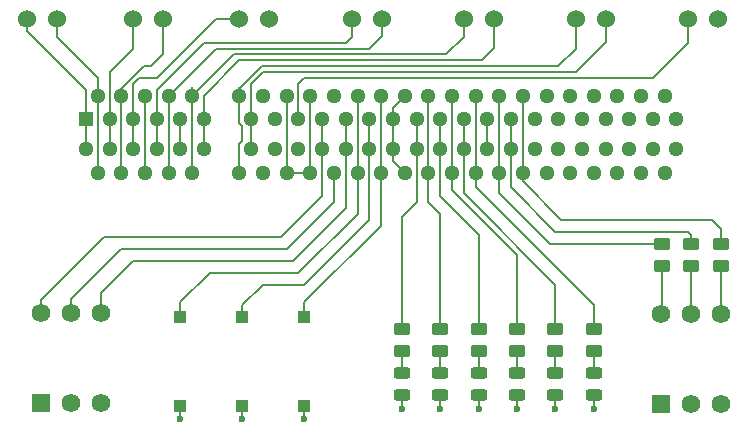
<source format=gbr>
%TF.GenerationSoftware,KiCad,Pcbnew,8.0.1*%
%TF.CreationDate,2024-04-16T20:26:48-05:00*%
%TF.ProjectId,PCB_Test_Jig,5043425f-5465-4737-945f-4a69672e6b69,rev?*%
%TF.SameCoordinates,Original*%
%TF.FileFunction,Copper,L1,Top*%
%TF.FilePolarity,Positive*%
%FSLAX46Y46*%
G04 Gerber Fmt 4.6, Leading zero omitted, Abs format (unit mm)*
G04 Created by KiCad (PCBNEW 8.0.1) date 2024-04-16 20:26:48*
%MOMM*%
%LPD*%
G01*
G04 APERTURE LIST*
G04 Aperture macros list*
%AMRoundRect*
0 Rectangle with rounded corners*
0 $1 Rounding radius*
0 $2 $3 $4 $5 $6 $7 $8 $9 X,Y pos of 4 corners*
0 Add a 4 corners polygon primitive as box body*
4,1,4,$2,$3,$4,$5,$6,$7,$8,$9,$2,$3,0*
0 Add four circle primitives for the rounded corners*
1,1,$1+$1,$2,$3*
1,1,$1+$1,$4,$5*
1,1,$1+$1,$6,$7*
1,1,$1+$1,$8,$9*
0 Add four rect primitives between the rounded corners*
20,1,$1+$1,$2,$3,$4,$5,0*
20,1,$1+$1,$4,$5,$6,$7,0*
20,1,$1+$1,$6,$7,$8,$9,0*
20,1,$1+$1,$8,$9,$2,$3,0*%
G04 Aperture macros list end*
%TA.AperFunction,SMDPad,CuDef*%
%ADD10RoundRect,0.250000X-0.450000X0.262500X-0.450000X-0.262500X0.450000X-0.262500X0.450000X0.262500X0*%
%TD*%
%TA.AperFunction,SMDPad,CuDef*%
%ADD11RoundRect,0.243750X0.456250X-0.243750X0.456250X0.243750X-0.456250X0.243750X-0.456250X-0.243750X0*%
%TD*%
%TA.AperFunction,ComponentPad*%
%ADD12C,1.524000*%
%TD*%
%TA.AperFunction,SMDPad,CuDef*%
%ADD13R,1.000000X1.100000*%
%TD*%
%TA.AperFunction,ComponentPad*%
%ADD14R,1.580000X1.580000*%
%TD*%
%TA.AperFunction,ComponentPad*%
%ADD15C,1.580000*%
%TD*%
%TA.AperFunction,ComponentPad*%
%ADD16R,1.288000X1.288000*%
%TD*%
%TA.AperFunction,ComponentPad*%
%ADD17C,1.288000*%
%TD*%
%TA.AperFunction,ViaPad*%
%ADD18C,0.600000*%
%TD*%
%TA.AperFunction,Conductor*%
%ADD19C,0.200000*%
%TD*%
G04 APERTURE END LIST*
D10*
X73250000Y-59750000D03*
X73250000Y-61575000D03*
D11*
X73250000Y-65375000D03*
X73250000Y-63500000D03*
D12*
X100000000Y-33500000D03*
X97460000Y-33500000D03*
X81040000Y-33500000D03*
X78500000Y-33500000D03*
X44040000Y-33500000D03*
X41500000Y-33500000D03*
D10*
X83000000Y-59750000D03*
X83000000Y-61575000D03*
D13*
X65000000Y-66250000D03*
X65000000Y-58750000D03*
D10*
X86250000Y-59750000D03*
X86250000Y-61575000D03*
D13*
X59750000Y-66250000D03*
X59750000Y-58750000D03*
D10*
X76500000Y-59750000D03*
X76500000Y-61575000D03*
D11*
X86250000Y-65375000D03*
X86250000Y-63500000D03*
D12*
X71540000Y-33500000D03*
X69000000Y-33500000D03*
X62040000Y-33500000D03*
X59500000Y-33500000D03*
D11*
X83000000Y-65375000D03*
X83000000Y-63500000D03*
D14*
X42710000Y-66000000D03*
D15*
X42710000Y-58380000D03*
X45250000Y-66000000D03*
X45250000Y-58380000D03*
X47790000Y-66000000D03*
X47790000Y-58380000D03*
D10*
X100250000Y-52587500D03*
X100250000Y-54412500D03*
D16*
X46500000Y-42000000D03*
D17*
X47500000Y-40000000D03*
X48500000Y-42000000D03*
X49500000Y-40000000D03*
X50500000Y-42000000D03*
X51500000Y-40000000D03*
X52500000Y-42000000D03*
X53500000Y-40000000D03*
X54500000Y-42000000D03*
X55500000Y-40000000D03*
X56500000Y-42000000D03*
X59500000Y-40000000D03*
X60500000Y-42000000D03*
X61500000Y-40000000D03*
X62500000Y-42000000D03*
X63500000Y-40000000D03*
X64500000Y-42000000D03*
X65500000Y-40000000D03*
X66500000Y-42000000D03*
X67500000Y-40000000D03*
X68500000Y-42000000D03*
X69500000Y-40000000D03*
X70500000Y-42000000D03*
X71500000Y-40000000D03*
X72500000Y-42000000D03*
X73500000Y-40000000D03*
X74500000Y-42000000D03*
X75500000Y-40000000D03*
X76500000Y-42000000D03*
X77500000Y-40000000D03*
X78500000Y-42000000D03*
X79500000Y-40000000D03*
X80500000Y-42000000D03*
X81500000Y-40000000D03*
X82500000Y-42000000D03*
X83500000Y-40000000D03*
X84500000Y-42000000D03*
X85500000Y-40000000D03*
X86500000Y-42000000D03*
X87500000Y-40000000D03*
X88500000Y-42000000D03*
X89500000Y-40000000D03*
X90500000Y-42000000D03*
X91500000Y-40000000D03*
X92500000Y-42000000D03*
X93500000Y-40000000D03*
X94500000Y-42000000D03*
X95500000Y-40000000D03*
X96500000Y-42000000D03*
X46500000Y-44500000D03*
X47500000Y-46500000D03*
X48500000Y-44500000D03*
X49500000Y-46500000D03*
X50500000Y-44500000D03*
X51500000Y-46500000D03*
X52500000Y-44500000D03*
X53500000Y-46500000D03*
X54500000Y-44500000D03*
X55500000Y-46500000D03*
X56500000Y-44500000D03*
X59500000Y-46500000D03*
X60500000Y-44500000D03*
X61500000Y-46500000D03*
X62500000Y-44500000D03*
X63500000Y-46500000D03*
X64500000Y-44500000D03*
X65500000Y-46500000D03*
X66500000Y-44500000D03*
X67500000Y-46500000D03*
X68500000Y-44500000D03*
X69500000Y-46500000D03*
X70500000Y-44500000D03*
X71500000Y-46500000D03*
X72500000Y-44500000D03*
X73500000Y-46500000D03*
X74500000Y-44500000D03*
X75500000Y-46500000D03*
X76500000Y-44500000D03*
X77500000Y-46500000D03*
X78500000Y-44500000D03*
X79500000Y-46500000D03*
X80500000Y-44500000D03*
X81500000Y-46500000D03*
X82500000Y-44500000D03*
X83500000Y-46500000D03*
X84500000Y-44500000D03*
X85500000Y-46500000D03*
X86500000Y-44500000D03*
X87500000Y-46500000D03*
X88500000Y-44500000D03*
X89500000Y-46500000D03*
X90500000Y-44500000D03*
X91500000Y-46500000D03*
X92500000Y-44500000D03*
X93500000Y-46500000D03*
X94500000Y-44500000D03*
X95500000Y-46500000D03*
X96500000Y-44500000D03*
D10*
X79750000Y-59750000D03*
X79750000Y-61575000D03*
D11*
X76500000Y-65375000D03*
X76500000Y-63500000D03*
D14*
X95210000Y-66120000D03*
D15*
X95210000Y-58500000D03*
X97750000Y-66120000D03*
X97750000Y-58500000D03*
X100290000Y-66120000D03*
X100290000Y-58500000D03*
D13*
X54500000Y-66250000D03*
X54500000Y-58750000D03*
D11*
X89500000Y-65375000D03*
X89500000Y-63500000D03*
D12*
X90540000Y-33500000D03*
X88000000Y-33500000D03*
D11*
X79750000Y-65375000D03*
X79750000Y-63500000D03*
D10*
X95250000Y-52587500D03*
X95250000Y-54412500D03*
D12*
X53040000Y-33500000D03*
X50500000Y-33500000D03*
D10*
X97750000Y-52587500D03*
X97750000Y-54412500D03*
X89500000Y-59750000D03*
X89500000Y-61575000D03*
D18*
X79750000Y-66503426D03*
X59754021Y-67370549D03*
X65002643Y-67378854D03*
X89500000Y-66500000D03*
X83000000Y-66500000D03*
X54500000Y-67369660D03*
X76500000Y-66500000D03*
X86257856Y-66486816D03*
X73250000Y-66495121D03*
D19*
X81500000Y-48250000D02*
X85837500Y-52587500D01*
X85837500Y-52587500D02*
X95250000Y-52587500D01*
X81500000Y-46500000D02*
X81500000Y-40000000D01*
X81500000Y-46500000D02*
X81500000Y-48250000D01*
X83500000Y-47250000D02*
X86750000Y-50500000D01*
X83500000Y-46500000D02*
X83500000Y-40000000D01*
X83500000Y-46500000D02*
X83500000Y-47250000D01*
X86750000Y-50500000D02*
X99500000Y-50500000D01*
X100250000Y-51250000D02*
X100250000Y-52587500D01*
X99500000Y-50500000D02*
X100250000Y-51250000D01*
X68500000Y-49500000D02*
X68500000Y-44500000D01*
X64000000Y-54000000D02*
X68500000Y-49500000D01*
X50500000Y-54000000D02*
X47790000Y-56710000D01*
X50500000Y-54000000D02*
X64000000Y-54000000D01*
X68500000Y-44500000D02*
X68500000Y-42000000D01*
X47790000Y-58690000D02*
X47790000Y-56710000D01*
X52000000Y-37500000D02*
X51434314Y-37500000D01*
X53040000Y-36460000D02*
X52000000Y-37500000D01*
X53040000Y-33500000D02*
X53040000Y-36460000D01*
X49500000Y-46500000D02*
X49500000Y-40000000D01*
X53000000Y-35000000D02*
X53040000Y-34960000D01*
X49500000Y-39434314D02*
X49500000Y-40000000D01*
X51434314Y-37500000D02*
X49500000Y-39434314D01*
X53040000Y-34960000D02*
X53040000Y-33500000D01*
X77500000Y-48000000D02*
X83000000Y-53500000D01*
X77500000Y-46500000D02*
X77500000Y-40000000D01*
X77500000Y-48000000D02*
X77500000Y-46500000D01*
X83000000Y-53500000D02*
X83000000Y-59750000D01*
X65000000Y-58750000D02*
X65000000Y-57500000D01*
X71500000Y-46500000D02*
X71500000Y-40000000D01*
X71500000Y-51000000D02*
X65000000Y-57500000D01*
X71500000Y-46500000D02*
X71500000Y-51000000D01*
X81040000Y-33500000D02*
X81040000Y-35960000D01*
X56500000Y-44500000D02*
X56500000Y-42000000D01*
X59500000Y-37000000D02*
X56500000Y-40000000D01*
X56500000Y-40000000D02*
X56500000Y-42000000D01*
X81040000Y-35960000D02*
X80000000Y-37000000D01*
X80000000Y-37000000D02*
X59500000Y-37000000D01*
X79500000Y-46500000D02*
X79500000Y-47750000D01*
X89500000Y-57750000D02*
X89500000Y-59750000D01*
X79500000Y-46500000D02*
X79500000Y-40000000D01*
X79500000Y-47750000D02*
X89500000Y-57750000D01*
X78500000Y-44500000D02*
X78500000Y-42000000D01*
X86250000Y-56000000D02*
X86250000Y-59750000D01*
X78500000Y-44500000D02*
X78500000Y-48250000D01*
X78500000Y-48250000D02*
X86250000Y-56000000D01*
X69500000Y-46500000D02*
X69500000Y-50000000D01*
X69500000Y-50000000D02*
X64500000Y-55000000D01*
X57000000Y-55000000D02*
X54500000Y-57500000D01*
X54500000Y-57500000D02*
X54500000Y-58750000D01*
X69500000Y-46500000D02*
X69500000Y-40000000D01*
X64500000Y-55000000D02*
X57000000Y-55000000D01*
X75500000Y-49000000D02*
X76500000Y-50000000D01*
X75500000Y-46500000D02*
X75500000Y-40000000D01*
X75500000Y-46500000D02*
X75500000Y-49000000D01*
X76500000Y-50000000D02*
X76500000Y-59750000D01*
X46500000Y-44500000D02*
X46500000Y-42000000D01*
X41500000Y-34500000D02*
X46500000Y-39500000D01*
X41500000Y-33500000D02*
X41500000Y-34500000D01*
X41000000Y-34000000D02*
X41500000Y-33500000D01*
X46500000Y-39500000D02*
X46500000Y-42000000D01*
X56500000Y-35500000D02*
X52500000Y-39500000D01*
X52500000Y-44500000D02*
X52500000Y-42000000D01*
X68500000Y-35500000D02*
X56500000Y-35500000D01*
X69000000Y-33500000D02*
X69000000Y-35000000D01*
X69000000Y-35000000D02*
X68500000Y-35500000D01*
X52500000Y-39500000D02*
X52500000Y-42000000D01*
X76500000Y-44500000D02*
X76500000Y-42000000D01*
X79750000Y-51750000D02*
X79750000Y-59750000D01*
X76500000Y-48500000D02*
X79750000Y-51750000D01*
X76500000Y-48500000D02*
X76500000Y-44500000D01*
X57500000Y-33500000D02*
X52500000Y-38500000D01*
X50500000Y-44500000D02*
X50500000Y-42000000D01*
X52500000Y-38500000D02*
X51000000Y-38500000D01*
X51000000Y-38500000D02*
X50500000Y-39000000D01*
X59500000Y-33500000D02*
X57500000Y-33500000D01*
X50500000Y-39000000D02*
X50500000Y-42000000D01*
X50500000Y-36000000D02*
X48500000Y-38000000D01*
X50500000Y-33500000D02*
X50500000Y-36000000D01*
X48500000Y-38000000D02*
X48500000Y-42000000D01*
X48500000Y-44500000D02*
X48500000Y-42000000D01*
X48000000Y-52000000D02*
X63000000Y-52000000D01*
X63000000Y-52000000D02*
X66500000Y-48500000D01*
X42710000Y-57290000D02*
X48000000Y-52000000D01*
X66500000Y-48500000D02*
X66500000Y-44500000D01*
X42710000Y-58690000D02*
X42710000Y-57290000D01*
X66500000Y-44500000D02*
X66500000Y-42000000D01*
X60500000Y-39000000D02*
X60500000Y-42000000D01*
X90540000Y-33500000D02*
X90540000Y-35460000D01*
X88000000Y-38000000D02*
X61500000Y-38000000D01*
X90540000Y-35460000D02*
X88000000Y-38000000D01*
X60500000Y-44500000D02*
X60500000Y-42000000D01*
X61500000Y-38000000D02*
X60500000Y-39000000D01*
X70500000Y-50500000D02*
X70500000Y-44500000D01*
X70500000Y-44500000D02*
X70500000Y-42000000D01*
X59750000Y-57750000D02*
X61500000Y-56000000D01*
X59750000Y-58750000D02*
X59750000Y-57750000D01*
X61500000Y-56000000D02*
X65000000Y-56000000D01*
X65000000Y-56000000D02*
X70500000Y-50500000D01*
X64500000Y-39000000D02*
X64500000Y-42000000D01*
X97460000Y-35540000D02*
X94500000Y-38500000D01*
X65000000Y-38500000D02*
X64500000Y-39000000D01*
X94500000Y-38500000D02*
X65000000Y-38500000D01*
X97460000Y-33500000D02*
X97460000Y-35540000D01*
X71540000Y-34960000D02*
X70500000Y-36000000D01*
X53500000Y-46500000D02*
X53500000Y-40000000D01*
X70500000Y-36000000D02*
X57500000Y-36000000D01*
X57500000Y-36000000D02*
X53500000Y-40000000D01*
X71540000Y-33500000D02*
X71540000Y-34960000D01*
X78500000Y-33500000D02*
X78500000Y-35000000D01*
X77000000Y-36500000D02*
X59000000Y-36500000D01*
X55500000Y-46500000D02*
X55500000Y-40000000D01*
X78500000Y-35000000D02*
X77000000Y-36500000D01*
X55500000Y-39250000D02*
X55500000Y-40000000D01*
X59000000Y-36500000D02*
X55500000Y-40000000D01*
X82500000Y-47750000D02*
X86250000Y-51500000D01*
X82500000Y-44500000D02*
X82500000Y-42000000D01*
X97750000Y-51750000D02*
X97750000Y-52587500D01*
X97500000Y-51500000D02*
X97750000Y-51750000D01*
X82500000Y-44500000D02*
X82500000Y-47750000D01*
X86250000Y-51500000D02*
X97500000Y-51500000D01*
X74500000Y-49000000D02*
X73250000Y-50250000D01*
X74500000Y-44500000D02*
X74500000Y-42000000D01*
X74500000Y-49000000D02*
X74500000Y-44500000D01*
X73250000Y-50250000D02*
X73250000Y-59750000D01*
X49500000Y-53000000D02*
X45250000Y-57250000D01*
X67500000Y-49000000D02*
X63500000Y-53000000D01*
X67500000Y-46500000D02*
X67500000Y-49000000D01*
X63500000Y-53000000D02*
X49500000Y-53000000D01*
X45250000Y-57250000D02*
X45250000Y-58690000D01*
X59500000Y-39434315D02*
X59500000Y-40000000D01*
X59500000Y-46500000D02*
X59500000Y-44092031D01*
X88000000Y-33500000D02*
X88000000Y-36000000D01*
X59500000Y-42335018D02*
X59500000Y-40000000D01*
X59725000Y-42560018D02*
X59500000Y-42335018D01*
X88000000Y-36000000D02*
X86500000Y-37500000D01*
X61434315Y-37500000D02*
X59500000Y-39434315D01*
X59500000Y-39250000D02*
X59500000Y-40000000D01*
X86500000Y-37500000D02*
X61434315Y-37500000D01*
X59500000Y-44092031D02*
X59725000Y-43867031D01*
X59725000Y-43867031D02*
X59725000Y-42560018D01*
X44040000Y-35040000D02*
X47500000Y-38500000D01*
X44040000Y-33500000D02*
X44040000Y-35040000D01*
X47500000Y-38500000D02*
X47500000Y-40000000D01*
X47500000Y-46500000D02*
X47500000Y-40000000D01*
X95250000Y-58460000D02*
X95210000Y-58500000D01*
X95250000Y-54412500D02*
X95250000Y-58460000D01*
X97750000Y-54412500D02*
X97750000Y-58500000D01*
X100250000Y-58460000D02*
X100290000Y-58500000D01*
X100250000Y-54412500D02*
X100250000Y-58460000D01*
X73250000Y-61575000D02*
X73250000Y-63500000D01*
X73250000Y-66495121D02*
X73250000Y-65375000D01*
X86257856Y-66486816D02*
X86250000Y-66478960D01*
X72500000Y-45500000D02*
X72500000Y-44500000D01*
X76500000Y-65375000D02*
X76500000Y-66500000D01*
X89500000Y-65375000D02*
X89500000Y-66500000D01*
X59754021Y-67370549D02*
X59750000Y-67366528D01*
X51500000Y-46500000D02*
X51500000Y-40000000D01*
X72500000Y-41000000D02*
X73500000Y-40000000D01*
X73500000Y-46500000D02*
X72500000Y-45500000D01*
X54500000Y-66250000D02*
X54500000Y-67369660D01*
X80500000Y-44500000D02*
X80500000Y-42000000D01*
X59750000Y-67366528D02*
X59750000Y-66250000D01*
X65000000Y-66250000D02*
X65000000Y-67376211D01*
X86250000Y-66478960D02*
X86250000Y-65375000D01*
X79750000Y-66503426D02*
X79750000Y-65375000D01*
X63500000Y-46500000D02*
X63500000Y-40000000D01*
X65000000Y-67376211D02*
X65002643Y-67378854D01*
X72500000Y-44500000D02*
X72500000Y-42000000D01*
X63500000Y-46500000D02*
X65500000Y-46500000D01*
X54500000Y-44500000D02*
X54500000Y-42000000D01*
X65500000Y-46500000D02*
X65500000Y-40000000D01*
X72500000Y-42000000D02*
X72500000Y-41000000D01*
X83000000Y-65375000D02*
X83000000Y-66500000D01*
X76500000Y-61575000D02*
X76500000Y-63500000D01*
X79750000Y-61575000D02*
X79750000Y-63500000D01*
X83000000Y-61575000D02*
X83000000Y-63500000D01*
X86250000Y-61575000D02*
X86250000Y-63500000D01*
X89500000Y-61575000D02*
X89500000Y-63500000D01*
M02*

</source>
